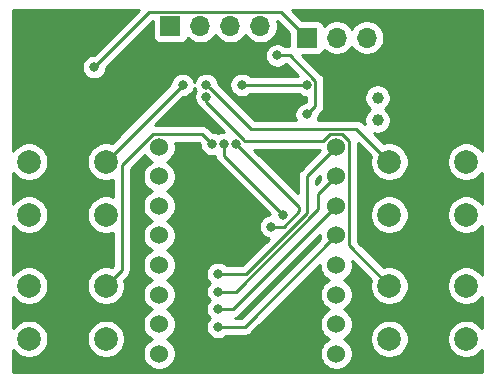
<source format=gbl>
G04 #@! TF.GenerationSoftware,KiCad,Pcbnew,5.1.10*
G04 #@! TF.CreationDate,2021-12-26T14:37:38-06:00*
G04 #@! TF.ProjectId,notawatch,6e6f7461-7761-4746-9368-2e6b69636164,1*
G04 #@! TF.SameCoordinates,Original*
G04 #@! TF.FileFunction,Copper,L2,Bot*
G04 #@! TF.FilePolarity,Positive*
%FSLAX46Y46*%
G04 Gerber Fmt 4.6, Leading zero omitted, Abs format (unit mm)*
G04 Created by KiCad (PCBNEW 5.1.10) date 2021-12-26 14:37:38*
%MOMM*%
%LPD*%
G01*
G04 APERTURE LIST*
G04 #@! TA.AperFunction,ComponentPad*
%ADD10C,2.000000*%
G04 #@! TD*
G04 #@! TA.AperFunction,ComponentPad*
%ADD11C,1.524000*%
G04 #@! TD*
G04 #@! TA.AperFunction,ComponentPad*
%ADD12C,1.000000*%
G04 #@! TD*
G04 #@! TA.AperFunction,ComponentPad*
%ADD13R,1.700000X1.700000*%
G04 #@! TD*
G04 #@! TA.AperFunction,ComponentPad*
%ADD14O,1.700000X1.700000*%
G04 #@! TD*
G04 #@! TA.AperFunction,ViaPad*
%ADD15C,0.800000*%
G04 #@! TD*
G04 #@! TA.AperFunction,Conductor*
%ADD16C,0.250000*%
G04 #@! TD*
G04 #@! TA.AperFunction,NonConductor*
%ADD17C,0.254000*%
G04 #@! TD*
G04 #@! TA.AperFunction,NonConductor*
%ADD18C,0.100000*%
G04 #@! TD*
G04 APERTURE END LIST*
D10*
X126500000Y-106500000D03*
X126500000Y-111000000D03*
X120000000Y-106500000D03*
X120000000Y-111000000D03*
X120000000Y-121500000D03*
X120000000Y-117000000D03*
X126500000Y-121500000D03*
X126500000Y-117000000D03*
X150500000Y-111000000D03*
X150500000Y-106500000D03*
X157000000Y-111000000D03*
X157000000Y-106500000D03*
X157000000Y-117000000D03*
X157000000Y-121500000D03*
X150500000Y-117000000D03*
X150500000Y-121500000D03*
D11*
X131000000Y-112750000D03*
X131000000Y-115250000D03*
X131000000Y-110250000D03*
X131000000Y-107750000D03*
X131000000Y-105250000D03*
X131000000Y-117750000D03*
X131000000Y-120250000D03*
X131000000Y-122750000D03*
X146000000Y-112750000D03*
X146000000Y-110250000D03*
X146000000Y-107750000D03*
X146000000Y-105250000D03*
X146000000Y-115250000D03*
X146000000Y-117750000D03*
X146000000Y-120250000D03*
X146000000Y-122750000D03*
D12*
X149500000Y-103000000D03*
X149500000Y-101100000D03*
D13*
X143500000Y-96000000D03*
D14*
X146040000Y-96000000D03*
X148580000Y-96000000D03*
D13*
X131960000Y-95000000D03*
D14*
X134500000Y-95000000D03*
X137040000Y-95000000D03*
X139580000Y-95000000D03*
D15*
X135500000Y-105000000D03*
X135000000Y-101000000D03*
X133000000Y-100000000D03*
X135000000Y-100000000D03*
X136500000Y-105000000D03*
X141500000Y-111000000D03*
X143500000Y-100000000D03*
X138000000Y-100000000D03*
X143500000Y-102500000D03*
X141000000Y-97500000D03*
X125500000Y-98500000D03*
X137500000Y-105000000D03*
X140500000Y-112000000D03*
X136000000Y-116000000D03*
X136000000Y-117500000D03*
X136000000Y-119000000D03*
X136000000Y-120500000D03*
D16*
X127825001Y-115674999D02*
X126500000Y-117000000D01*
X127825001Y-106816237D02*
X127825001Y-115674999D01*
X130478239Y-104162999D02*
X127825001Y-106816237D01*
X134662999Y-104162999D02*
X130478239Y-104162999D01*
X135500000Y-105000000D02*
X134662999Y-104162999D01*
X147087001Y-113587001D02*
X150500000Y-117000000D01*
X147087001Y-104728239D02*
X147087001Y-113587001D01*
X146521761Y-104162999D02*
X147087001Y-104728239D01*
X145478239Y-104162999D02*
X146521761Y-104162999D01*
X144916237Y-104725001D02*
X145478239Y-104162999D01*
X138225001Y-104725001D02*
X144916237Y-104725001D01*
X135000000Y-101426998D02*
X135000000Y-101000000D01*
X138225001Y-104651999D02*
X135000000Y-101426998D01*
X138225001Y-104725001D02*
X138225001Y-104651999D01*
X133000000Y-100000000D02*
X126500000Y-106500000D01*
X150500000Y-106500000D02*
X147712990Y-103712990D01*
X135349019Y-100274999D02*
X138787010Y-103712990D01*
X135000000Y-100000000D02*
X135274999Y-100274999D01*
X135274999Y-100274999D02*
X135349019Y-100274999D01*
X138787010Y-103712990D02*
X138778675Y-103712990D01*
X147712990Y-103712990D02*
X138787010Y-103712990D01*
X136500000Y-106000000D02*
X136500000Y-105000000D01*
X141500000Y-111000000D02*
X136500000Y-106000000D01*
X143500000Y-100000000D02*
X138000000Y-100000000D01*
X142073002Y-97500000D02*
X144225001Y-99651999D01*
X141000000Y-97500000D02*
X142073002Y-97500000D01*
X144225001Y-101774999D02*
X144225001Y-99651999D01*
X143500000Y-102500000D02*
X144225001Y-101774999D01*
X130175001Y-93824999D02*
X125500000Y-98500000D01*
X141324999Y-93824999D02*
X130175001Y-93824999D01*
X143500000Y-96000000D02*
X141324999Y-93824999D01*
X141573002Y-112000000D02*
X140500000Y-112000000D01*
X142863590Y-110709412D02*
X141573002Y-112000000D01*
X142863590Y-110363590D02*
X142863590Y-110709412D01*
X137500000Y-105000000D02*
X142863590Y-110363590D01*
X138000000Y-116000000D02*
X136000000Y-116000000D01*
X138363590Y-116000000D02*
X138000000Y-116000000D01*
X143500000Y-110863590D02*
X138363590Y-116000000D01*
X143500000Y-107750000D02*
X143500000Y-110863590D01*
X146000000Y-105250000D02*
X143500000Y-107750000D01*
X136250000Y-117500000D02*
X136000000Y-117500000D01*
X146000000Y-107750000D02*
X144500000Y-109250000D01*
X144500000Y-109250000D02*
X144500000Y-110500000D01*
X137500000Y-117500000D02*
X136000000Y-117500000D01*
X144500000Y-110500000D02*
X137500000Y-117500000D01*
X137250000Y-119000000D02*
X146000000Y-110250000D01*
X136000000Y-119000000D02*
X137250000Y-119000000D01*
X138250000Y-120500000D02*
X146000000Y-112750000D01*
X136000000Y-120500000D02*
X138250000Y-120500000D01*
D17*
X125460199Y-97465000D02*
X125398061Y-97465000D01*
X125198102Y-97504774D01*
X125009744Y-97582795D01*
X124840226Y-97696063D01*
X124696063Y-97840226D01*
X124582795Y-98009744D01*
X124504774Y-98198102D01*
X124465000Y-98398061D01*
X124465000Y-98601939D01*
X124504774Y-98801898D01*
X124582795Y-98990256D01*
X124696063Y-99159774D01*
X124840226Y-99303937D01*
X125009744Y-99417205D01*
X125198102Y-99495226D01*
X125398061Y-99535000D01*
X125601939Y-99535000D01*
X125801898Y-99495226D01*
X125990256Y-99417205D01*
X126159774Y-99303937D01*
X126303937Y-99159774D01*
X126417205Y-98990256D01*
X126495226Y-98801898D01*
X126535000Y-98601939D01*
X126535000Y-98539801D01*
X130471928Y-94602874D01*
X130471928Y-95850000D01*
X130484188Y-95974482D01*
X130520498Y-96094180D01*
X130579463Y-96204494D01*
X130658815Y-96301185D01*
X130755506Y-96380537D01*
X130865820Y-96439502D01*
X130985518Y-96475812D01*
X131110000Y-96488072D01*
X132810000Y-96488072D01*
X132934482Y-96475812D01*
X133054180Y-96439502D01*
X133164494Y-96380537D01*
X133261185Y-96301185D01*
X133340537Y-96204494D01*
X133399502Y-96094180D01*
X133421513Y-96021620D01*
X133553368Y-96153475D01*
X133796589Y-96315990D01*
X134066842Y-96427932D01*
X134353740Y-96485000D01*
X134646260Y-96485000D01*
X134933158Y-96427932D01*
X135203411Y-96315990D01*
X135446632Y-96153475D01*
X135653475Y-95946632D01*
X135770000Y-95772240D01*
X135886525Y-95946632D01*
X136093368Y-96153475D01*
X136336589Y-96315990D01*
X136606842Y-96427932D01*
X136893740Y-96485000D01*
X137186260Y-96485000D01*
X137473158Y-96427932D01*
X137743411Y-96315990D01*
X137986632Y-96153475D01*
X138193475Y-95946632D01*
X138310000Y-95772240D01*
X138426525Y-95946632D01*
X138633368Y-96153475D01*
X138876589Y-96315990D01*
X139146842Y-96427932D01*
X139433740Y-96485000D01*
X139726260Y-96485000D01*
X140013158Y-96427932D01*
X140283411Y-96315990D01*
X140526632Y-96153475D01*
X140733475Y-95946632D01*
X140895990Y-95703411D01*
X141007932Y-95433158D01*
X141065000Y-95146260D01*
X141065000Y-94853740D01*
X141011878Y-94586679D01*
X142011928Y-95586730D01*
X142011928Y-96740000D01*
X141703711Y-96740000D01*
X141659774Y-96696063D01*
X141490256Y-96582795D01*
X141301898Y-96504774D01*
X141101939Y-96465000D01*
X140898061Y-96465000D01*
X140698102Y-96504774D01*
X140509744Y-96582795D01*
X140340226Y-96696063D01*
X140196063Y-96840226D01*
X140082795Y-97009744D01*
X140004774Y-97198102D01*
X139965000Y-97398061D01*
X139965000Y-97601939D01*
X140004774Y-97801898D01*
X140082795Y-97990256D01*
X140196063Y-98159774D01*
X140340226Y-98303937D01*
X140509744Y-98417205D01*
X140698102Y-98495226D01*
X140898061Y-98535000D01*
X141101939Y-98535000D01*
X141301898Y-98495226D01*
X141490256Y-98417205D01*
X141659774Y-98303937D01*
X141703711Y-98260000D01*
X141758201Y-98260000D01*
X142738200Y-99240000D01*
X138703711Y-99240000D01*
X138659774Y-99196063D01*
X138490256Y-99082795D01*
X138301898Y-99004774D01*
X138101939Y-98965000D01*
X137898061Y-98965000D01*
X137698102Y-99004774D01*
X137509744Y-99082795D01*
X137340226Y-99196063D01*
X137196063Y-99340226D01*
X137082795Y-99509744D01*
X137004774Y-99698102D01*
X136965000Y-99898061D01*
X136965000Y-100101939D01*
X137004774Y-100301898D01*
X137082795Y-100490256D01*
X137196063Y-100659774D01*
X137340226Y-100803937D01*
X137509744Y-100917205D01*
X137698102Y-100995226D01*
X137898061Y-101035000D01*
X138101939Y-101035000D01*
X138301898Y-100995226D01*
X138490256Y-100917205D01*
X138659774Y-100803937D01*
X138703711Y-100760000D01*
X142796289Y-100760000D01*
X142840226Y-100803937D01*
X143009744Y-100917205D01*
X143198102Y-100995226D01*
X143398061Y-101035000D01*
X143465001Y-101035000D01*
X143465001Y-101460197D01*
X143460198Y-101465000D01*
X143398061Y-101465000D01*
X143198102Y-101504774D01*
X143009744Y-101582795D01*
X142840226Y-101696063D01*
X142696063Y-101840226D01*
X142582795Y-102009744D01*
X142504774Y-102198102D01*
X142465000Y-102398061D01*
X142465000Y-102601939D01*
X142504774Y-102801898D01*
X142567359Y-102952990D01*
X139101813Y-102952990D01*
X136032050Y-99883229D01*
X135995226Y-99698102D01*
X135917205Y-99509744D01*
X135803937Y-99340226D01*
X135659774Y-99196063D01*
X135490256Y-99082795D01*
X135301898Y-99004774D01*
X135101939Y-98965000D01*
X134898061Y-98965000D01*
X134698102Y-99004774D01*
X134509744Y-99082795D01*
X134340226Y-99196063D01*
X134196063Y-99340226D01*
X134082795Y-99509744D01*
X134004774Y-99698102D01*
X134000000Y-99722103D01*
X133995226Y-99698102D01*
X133917205Y-99509744D01*
X133803937Y-99340226D01*
X133659774Y-99196063D01*
X133490256Y-99082795D01*
X133301898Y-99004774D01*
X133101939Y-98965000D01*
X132898061Y-98965000D01*
X132698102Y-99004774D01*
X132509744Y-99082795D01*
X132340226Y-99196063D01*
X132196063Y-99340226D01*
X132082795Y-99509744D01*
X132004774Y-99698102D01*
X131965000Y-99898061D01*
X131965000Y-99960198D01*
X126991376Y-104933823D01*
X126976912Y-104927832D01*
X126661033Y-104865000D01*
X126338967Y-104865000D01*
X126023088Y-104927832D01*
X125725537Y-105051082D01*
X125457748Y-105230013D01*
X125230013Y-105457748D01*
X125051082Y-105725537D01*
X124927832Y-106023088D01*
X124865000Y-106338967D01*
X124865000Y-106661033D01*
X124927832Y-106976912D01*
X125051082Y-107274463D01*
X125230013Y-107542252D01*
X125457748Y-107769987D01*
X125725537Y-107948918D01*
X126023088Y-108072168D01*
X126338967Y-108135000D01*
X126661033Y-108135000D01*
X126976912Y-108072168D01*
X127065001Y-108035680D01*
X127065001Y-109464320D01*
X126976912Y-109427832D01*
X126661033Y-109365000D01*
X126338967Y-109365000D01*
X126023088Y-109427832D01*
X125725537Y-109551082D01*
X125457748Y-109730013D01*
X125230013Y-109957748D01*
X125051082Y-110225537D01*
X124927832Y-110523088D01*
X124865000Y-110838967D01*
X124865000Y-111161033D01*
X124927832Y-111476912D01*
X125051082Y-111774463D01*
X125230013Y-112042252D01*
X125457748Y-112269987D01*
X125725537Y-112448918D01*
X126023088Y-112572168D01*
X126338967Y-112635000D01*
X126661033Y-112635000D01*
X126976912Y-112572168D01*
X127065002Y-112535680D01*
X127065002Y-115360195D01*
X126991375Y-115433823D01*
X126976912Y-115427832D01*
X126661033Y-115365000D01*
X126338967Y-115365000D01*
X126023088Y-115427832D01*
X125725537Y-115551082D01*
X125457748Y-115730013D01*
X125230013Y-115957748D01*
X125051082Y-116225537D01*
X124927832Y-116523088D01*
X124865000Y-116838967D01*
X124865000Y-117161033D01*
X124927832Y-117476912D01*
X125051082Y-117774463D01*
X125230013Y-118042252D01*
X125457748Y-118269987D01*
X125725537Y-118448918D01*
X126023088Y-118572168D01*
X126338967Y-118635000D01*
X126661033Y-118635000D01*
X126976912Y-118572168D01*
X127274463Y-118448918D01*
X127542252Y-118269987D01*
X127769987Y-118042252D01*
X127948918Y-117774463D01*
X128072168Y-117476912D01*
X128135000Y-117161033D01*
X128135000Y-116838967D01*
X128072168Y-116523088D01*
X128066177Y-116508625D01*
X128336009Y-116238794D01*
X128365002Y-116215000D01*
X128388796Y-116186007D01*
X128388800Y-116186003D01*
X128459974Y-116099276D01*
X128459975Y-116099275D01*
X128530547Y-115967246D01*
X128574004Y-115823985D01*
X128585001Y-115712332D01*
X128585001Y-115712323D01*
X128588677Y-115675000D01*
X128585001Y-115637677D01*
X128585001Y-107131038D01*
X129778945Y-105937094D01*
X129914880Y-106140535D01*
X130109465Y-106335120D01*
X130338273Y-106488005D01*
X130367231Y-106500000D01*
X130338273Y-106511995D01*
X130109465Y-106664880D01*
X129914880Y-106859465D01*
X129761995Y-107088273D01*
X129656686Y-107342510D01*
X129603000Y-107612408D01*
X129603000Y-107887592D01*
X129656686Y-108157490D01*
X129761995Y-108411727D01*
X129914880Y-108640535D01*
X130109465Y-108835120D01*
X130338273Y-108988005D01*
X130367231Y-109000000D01*
X130338273Y-109011995D01*
X130109465Y-109164880D01*
X129914880Y-109359465D01*
X129761995Y-109588273D01*
X129656686Y-109842510D01*
X129603000Y-110112408D01*
X129603000Y-110387592D01*
X129656686Y-110657490D01*
X129761995Y-110911727D01*
X129914880Y-111140535D01*
X130109465Y-111335120D01*
X130338273Y-111488005D01*
X130367231Y-111500000D01*
X130338273Y-111511995D01*
X130109465Y-111664880D01*
X129914880Y-111859465D01*
X129761995Y-112088273D01*
X129656686Y-112342510D01*
X129603000Y-112612408D01*
X129603000Y-112887592D01*
X129656686Y-113157490D01*
X129761995Y-113411727D01*
X129914880Y-113640535D01*
X130109465Y-113835120D01*
X130338273Y-113988005D01*
X130367231Y-114000000D01*
X130338273Y-114011995D01*
X130109465Y-114164880D01*
X129914880Y-114359465D01*
X129761995Y-114588273D01*
X129656686Y-114842510D01*
X129603000Y-115112408D01*
X129603000Y-115387592D01*
X129656686Y-115657490D01*
X129761995Y-115911727D01*
X129914880Y-116140535D01*
X130109465Y-116335120D01*
X130338273Y-116488005D01*
X130367231Y-116500000D01*
X130338273Y-116511995D01*
X130109465Y-116664880D01*
X129914880Y-116859465D01*
X129761995Y-117088273D01*
X129656686Y-117342510D01*
X129603000Y-117612408D01*
X129603000Y-117887592D01*
X129656686Y-118157490D01*
X129761995Y-118411727D01*
X129914880Y-118640535D01*
X130109465Y-118835120D01*
X130338273Y-118988005D01*
X130367231Y-119000000D01*
X130338273Y-119011995D01*
X130109465Y-119164880D01*
X129914880Y-119359465D01*
X129761995Y-119588273D01*
X129656686Y-119842510D01*
X129603000Y-120112408D01*
X129603000Y-120387592D01*
X129656686Y-120657490D01*
X129761995Y-120911727D01*
X129914880Y-121140535D01*
X130109465Y-121335120D01*
X130338273Y-121488005D01*
X130367231Y-121500000D01*
X130338273Y-121511995D01*
X130109465Y-121664880D01*
X129914880Y-121859465D01*
X129761995Y-122088273D01*
X129656686Y-122342510D01*
X129603000Y-122612408D01*
X129603000Y-122887592D01*
X129656686Y-123157490D01*
X129761995Y-123411727D01*
X129914880Y-123640535D01*
X130109465Y-123835120D01*
X130338273Y-123988005D01*
X130592510Y-124093314D01*
X130862408Y-124147000D01*
X131137592Y-124147000D01*
X131407490Y-124093314D01*
X131661727Y-123988005D01*
X131890535Y-123835120D01*
X132085120Y-123640535D01*
X132238005Y-123411727D01*
X132343314Y-123157490D01*
X132397000Y-122887592D01*
X132397000Y-122612408D01*
X132343314Y-122342510D01*
X132238005Y-122088273D01*
X132085120Y-121859465D01*
X131890535Y-121664880D01*
X131661727Y-121511995D01*
X131632769Y-121500000D01*
X131661727Y-121488005D01*
X131890535Y-121335120D01*
X132085120Y-121140535D01*
X132238005Y-120911727D01*
X132343314Y-120657490D01*
X132397000Y-120387592D01*
X132397000Y-120112408D01*
X132343314Y-119842510D01*
X132238005Y-119588273D01*
X132085120Y-119359465D01*
X131890535Y-119164880D01*
X131661727Y-119011995D01*
X131632769Y-119000000D01*
X131661727Y-118988005D01*
X131890535Y-118835120D01*
X132085120Y-118640535D01*
X132238005Y-118411727D01*
X132343314Y-118157490D01*
X132397000Y-117887592D01*
X132397000Y-117612408D01*
X132343314Y-117342510D01*
X132238005Y-117088273D01*
X132085120Y-116859465D01*
X131890535Y-116664880D01*
X131661727Y-116511995D01*
X131632769Y-116500000D01*
X131661727Y-116488005D01*
X131890535Y-116335120D01*
X132085120Y-116140535D01*
X132238005Y-115911727D01*
X132343314Y-115657490D01*
X132397000Y-115387592D01*
X132397000Y-115112408D01*
X132343314Y-114842510D01*
X132238005Y-114588273D01*
X132085120Y-114359465D01*
X131890535Y-114164880D01*
X131661727Y-114011995D01*
X131632769Y-114000000D01*
X131661727Y-113988005D01*
X131890535Y-113835120D01*
X132085120Y-113640535D01*
X132238005Y-113411727D01*
X132343314Y-113157490D01*
X132397000Y-112887592D01*
X132397000Y-112612408D01*
X132343314Y-112342510D01*
X132238005Y-112088273D01*
X132085120Y-111859465D01*
X131890535Y-111664880D01*
X131661727Y-111511995D01*
X131632769Y-111500000D01*
X131661727Y-111488005D01*
X131890535Y-111335120D01*
X132085120Y-111140535D01*
X132238005Y-110911727D01*
X132343314Y-110657490D01*
X132397000Y-110387592D01*
X132397000Y-110112408D01*
X132343314Y-109842510D01*
X132238005Y-109588273D01*
X132085120Y-109359465D01*
X131890535Y-109164880D01*
X131661727Y-109011995D01*
X131632769Y-109000000D01*
X131661727Y-108988005D01*
X131890535Y-108835120D01*
X132085120Y-108640535D01*
X132238005Y-108411727D01*
X132343314Y-108157490D01*
X132397000Y-107887592D01*
X132397000Y-107612408D01*
X132343314Y-107342510D01*
X132238005Y-107088273D01*
X132085120Y-106859465D01*
X131890535Y-106664880D01*
X131661727Y-106511995D01*
X131632769Y-106500000D01*
X131661727Y-106488005D01*
X131890535Y-106335120D01*
X132085120Y-106140535D01*
X132238005Y-105911727D01*
X132343314Y-105657490D01*
X132397000Y-105387592D01*
X132397000Y-105112408D01*
X132359324Y-104922999D01*
X134348198Y-104922999D01*
X134465000Y-105039801D01*
X134465000Y-105101939D01*
X134504774Y-105301898D01*
X134582795Y-105490256D01*
X134696063Y-105659774D01*
X134840226Y-105803937D01*
X135009744Y-105917205D01*
X135198102Y-105995226D01*
X135398061Y-106035000D01*
X135601939Y-106035000D01*
X135737123Y-106008110D01*
X135740000Y-106037322D01*
X135740000Y-106037332D01*
X135750997Y-106148985D01*
X135789598Y-106276236D01*
X135794454Y-106292246D01*
X135865026Y-106424276D01*
X135904871Y-106472826D01*
X135959999Y-106540001D01*
X135989003Y-106563804D01*
X140391503Y-110966305D01*
X140198102Y-111004774D01*
X140009744Y-111082795D01*
X139840226Y-111196063D01*
X139696063Y-111340226D01*
X139582795Y-111509744D01*
X139504774Y-111698102D01*
X139465000Y-111898061D01*
X139465000Y-112101939D01*
X139504774Y-112301898D01*
X139582795Y-112490256D01*
X139696063Y-112659774D01*
X139840226Y-112803937D01*
X140009744Y-112917205D01*
X140198102Y-112995226D01*
X140277725Y-113011064D01*
X138048789Y-115240000D01*
X136703711Y-115240000D01*
X136659774Y-115196063D01*
X136490256Y-115082795D01*
X136301898Y-115004774D01*
X136101939Y-114965000D01*
X135898061Y-114965000D01*
X135698102Y-115004774D01*
X135509744Y-115082795D01*
X135340226Y-115196063D01*
X135196063Y-115340226D01*
X135082795Y-115509744D01*
X135004774Y-115698102D01*
X134965000Y-115898061D01*
X134965000Y-116101939D01*
X135004774Y-116301898D01*
X135082795Y-116490256D01*
X135196063Y-116659774D01*
X135286289Y-116750000D01*
X135196063Y-116840226D01*
X135082795Y-117009744D01*
X135004774Y-117198102D01*
X134965000Y-117398061D01*
X134965000Y-117601939D01*
X135004774Y-117801898D01*
X135082795Y-117990256D01*
X135196063Y-118159774D01*
X135286289Y-118250000D01*
X135196063Y-118340226D01*
X135082795Y-118509744D01*
X135004774Y-118698102D01*
X134965000Y-118898061D01*
X134965000Y-119101939D01*
X135004774Y-119301898D01*
X135082795Y-119490256D01*
X135196063Y-119659774D01*
X135286289Y-119750000D01*
X135196063Y-119840226D01*
X135082795Y-120009744D01*
X135004774Y-120198102D01*
X134965000Y-120398061D01*
X134965000Y-120601939D01*
X135004774Y-120801898D01*
X135082795Y-120990256D01*
X135196063Y-121159774D01*
X135340226Y-121303937D01*
X135509744Y-121417205D01*
X135698102Y-121495226D01*
X135898061Y-121535000D01*
X136101939Y-121535000D01*
X136301898Y-121495226D01*
X136490256Y-121417205D01*
X136659774Y-121303937D01*
X136703711Y-121260000D01*
X138212678Y-121260000D01*
X138250000Y-121263676D01*
X138287322Y-121260000D01*
X138287333Y-121260000D01*
X138398986Y-121249003D01*
X138542247Y-121205546D01*
X138674276Y-121134974D01*
X138790001Y-121040001D01*
X138813804Y-121010997D01*
X144603000Y-115221802D01*
X144603000Y-115387592D01*
X144656686Y-115657490D01*
X144761995Y-115911727D01*
X144914880Y-116140535D01*
X145109465Y-116335120D01*
X145338273Y-116488005D01*
X145367231Y-116500000D01*
X145338273Y-116511995D01*
X145109465Y-116664880D01*
X144914880Y-116859465D01*
X144761995Y-117088273D01*
X144656686Y-117342510D01*
X144603000Y-117612408D01*
X144603000Y-117887592D01*
X144656686Y-118157490D01*
X144761995Y-118411727D01*
X144914880Y-118640535D01*
X145109465Y-118835120D01*
X145338273Y-118988005D01*
X145367231Y-119000000D01*
X145338273Y-119011995D01*
X145109465Y-119164880D01*
X144914880Y-119359465D01*
X144761995Y-119588273D01*
X144656686Y-119842510D01*
X144603000Y-120112408D01*
X144603000Y-120387592D01*
X144656686Y-120657490D01*
X144761995Y-120911727D01*
X144914880Y-121140535D01*
X145109465Y-121335120D01*
X145338273Y-121488005D01*
X145367231Y-121500000D01*
X145338273Y-121511995D01*
X145109465Y-121664880D01*
X144914880Y-121859465D01*
X144761995Y-122088273D01*
X144656686Y-122342510D01*
X144603000Y-122612408D01*
X144603000Y-122887592D01*
X144656686Y-123157490D01*
X144761995Y-123411727D01*
X144914880Y-123640535D01*
X145109465Y-123835120D01*
X145338273Y-123988005D01*
X145592510Y-124093314D01*
X145862408Y-124147000D01*
X146137592Y-124147000D01*
X146407490Y-124093314D01*
X146661727Y-123988005D01*
X146890535Y-123835120D01*
X147085120Y-123640535D01*
X147238005Y-123411727D01*
X147343314Y-123157490D01*
X147397000Y-122887592D01*
X147397000Y-122612408D01*
X147343314Y-122342510D01*
X147238005Y-122088273D01*
X147085120Y-121859465D01*
X146890535Y-121664880D01*
X146661727Y-121511995D01*
X146632769Y-121500000D01*
X146661727Y-121488005D01*
X146884777Y-121338967D01*
X148865000Y-121338967D01*
X148865000Y-121661033D01*
X148927832Y-121976912D01*
X149051082Y-122274463D01*
X149230013Y-122542252D01*
X149457748Y-122769987D01*
X149725537Y-122948918D01*
X150023088Y-123072168D01*
X150338967Y-123135000D01*
X150661033Y-123135000D01*
X150976912Y-123072168D01*
X151274463Y-122948918D01*
X151542252Y-122769987D01*
X151769987Y-122542252D01*
X151948918Y-122274463D01*
X152072168Y-121976912D01*
X152135000Y-121661033D01*
X152135000Y-121338967D01*
X152072168Y-121023088D01*
X151948918Y-120725537D01*
X151769987Y-120457748D01*
X151542252Y-120230013D01*
X151274463Y-120051082D01*
X150976912Y-119927832D01*
X150661033Y-119865000D01*
X150338967Y-119865000D01*
X150023088Y-119927832D01*
X149725537Y-120051082D01*
X149457748Y-120230013D01*
X149230013Y-120457748D01*
X149051082Y-120725537D01*
X148927832Y-121023088D01*
X148865000Y-121338967D01*
X146884777Y-121338967D01*
X146890535Y-121335120D01*
X147085120Y-121140535D01*
X147238005Y-120911727D01*
X147343314Y-120657490D01*
X147397000Y-120387592D01*
X147397000Y-120112408D01*
X147343314Y-119842510D01*
X147238005Y-119588273D01*
X147085120Y-119359465D01*
X146890535Y-119164880D01*
X146661727Y-119011995D01*
X146632769Y-119000000D01*
X146661727Y-118988005D01*
X146890535Y-118835120D01*
X147085120Y-118640535D01*
X147238005Y-118411727D01*
X147343314Y-118157490D01*
X147397000Y-117887592D01*
X147397000Y-117612408D01*
X147343314Y-117342510D01*
X147238005Y-117088273D01*
X147085120Y-116859465D01*
X146890535Y-116664880D01*
X146661727Y-116511995D01*
X146632769Y-116500000D01*
X146661727Y-116488005D01*
X146890535Y-116335120D01*
X147085120Y-116140535D01*
X147238005Y-115911727D01*
X147343314Y-115657490D01*
X147397000Y-115387592D01*
X147397000Y-115112408D01*
X147362087Y-114936889D01*
X148933823Y-116508625D01*
X148927832Y-116523088D01*
X148865000Y-116838967D01*
X148865000Y-117161033D01*
X148927832Y-117476912D01*
X149051082Y-117774463D01*
X149230013Y-118042252D01*
X149457748Y-118269987D01*
X149725537Y-118448918D01*
X150023088Y-118572168D01*
X150338967Y-118635000D01*
X150661033Y-118635000D01*
X150976912Y-118572168D01*
X151274463Y-118448918D01*
X151542252Y-118269987D01*
X151769987Y-118042252D01*
X151948918Y-117774463D01*
X152072168Y-117476912D01*
X152135000Y-117161033D01*
X152135000Y-116838967D01*
X152072168Y-116523088D01*
X151948918Y-116225537D01*
X151769987Y-115957748D01*
X151542252Y-115730013D01*
X151274463Y-115551082D01*
X150976912Y-115427832D01*
X150661033Y-115365000D01*
X150338967Y-115365000D01*
X150023088Y-115427832D01*
X150008625Y-115433823D01*
X147847001Y-113272200D01*
X147847001Y-110838967D01*
X148865000Y-110838967D01*
X148865000Y-111161033D01*
X148927832Y-111476912D01*
X149051082Y-111774463D01*
X149230013Y-112042252D01*
X149457748Y-112269987D01*
X149725537Y-112448918D01*
X150023088Y-112572168D01*
X150338967Y-112635000D01*
X150661033Y-112635000D01*
X150976912Y-112572168D01*
X151274463Y-112448918D01*
X151542252Y-112269987D01*
X151769987Y-112042252D01*
X151948918Y-111774463D01*
X152072168Y-111476912D01*
X152135000Y-111161033D01*
X152135000Y-110838967D01*
X152072168Y-110523088D01*
X151948918Y-110225537D01*
X151769987Y-109957748D01*
X151542252Y-109730013D01*
X151274463Y-109551082D01*
X150976912Y-109427832D01*
X150661033Y-109365000D01*
X150338967Y-109365000D01*
X150023088Y-109427832D01*
X149725537Y-109551082D01*
X149457748Y-109730013D01*
X149230013Y-109957748D01*
X149051082Y-110225537D01*
X148927832Y-110523088D01*
X148865000Y-110838967D01*
X147847001Y-110838967D01*
X147847001Y-104921802D01*
X148933823Y-106008625D01*
X148927832Y-106023088D01*
X148865000Y-106338967D01*
X148865000Y-106661033D01*
X148927832Y-106976912D01*
X149051082Y-107274463D01*
X149230013Y-107542252D01*
X149457748Y-107769987D01*
X149725537Y-107948918D01*
X150023088Y-108072168D01*
X150338967Y-108135000D01*
X150661033Y-108135000D01*
X150976912Y-108072168D01*
X151274463Y-107948918D01*
X151542252Y-107769987D01*
X151769987Y-107542252D01*
X151948918Y-107274463D01*
X152072168Y-106976912D01*
X152135000Y-106661033D01*
X152135000Y-106338967D01*
X152072168Y-106023088D01*
X151948918Y-105725537D01*
X151769987Y-105457748D01*
X151542252Y-105230013D01*
X151274463Y-105051082D01*
X150976912Y-104927832D01*
X150661033Y-104865000D01*
X150338967Y-104865000D01*
X150023088Y-104927832D01*
X150008625Y-104933823D01*
X149164241Y-104089439D01*
X149168933Y-104091383D01*
X149388212Y-104135000D01*
X149611788Y-104135000D01*
X149831067Y-104091383D01*
X150037624Y-104005824D01*
X150223520Y-103881612D01*
X150381612Y-103723520D01*
X150505824Y-103537624D01*
X150591383Y-103331067D01*
X150635000Y-103111788D01*
X150635000Y-102888212D01*
X150591383Y-102668933D01*
X150505824Y-102462376D01*
X150381612Y-102276480D01*
X150223520Y-102118388D01*
X150121170Y-102050000D01*
X150223520Y-101981612D01*
X150381612Y-101823520D01*
X150505824Y-101637624D01*
X150591383Y-101431067D01*
X150635000Y-101211788D01*
X150635000Y-100988212D01*
X150591383Y-100768933D01*
X150505824Y-100562376D01*
X150381612Y-100376480D01*
X150223520Y-100218388D01*
X150037624Y-100094176D01*
X149831067Y-100008617D01*
X149611788Y-99965000D01*
X149388212Y-99965000D01*
X149168933Y-100008617D01*
X148962376Y-100094176D01*
X148776480Y-100218388D01*
X148618388Y-100376480D01*
X148494176Y-100562376D01*
X148408617Y-100768933D01*
X148365000Y-100988212D01*
X148365000Y-101211788D01*
X148408617Y-101431067D01*
X148494176Y-101637624D01*
X148618388Y-101823520D01*
X148776480Y-101981612D01*
X148878830Y-102050000D01*
X148776480Y-102118388D01*
X148618388Y-102276480D01*
X148494176Y-102462376D01*
X148408617Y-102668933D01*
X148365000Y-102888212D01*
X148365000Y-103111788D01*
X148408617Y-103331067D01*
X148410561Y-103335760D01*
X148276794Y-103201993D01*
X148252991Y-103172989D01*
X148137266Y-103078016D01*
X148005237Y-103007444D01*
X147861976Y-102963987D01*
X147750323Y-102952990D01*
X147750312Y-102952990D01*
X147712990Y-102949314D01*
X147675668Y-102952990D01*
X144432641Y-102952990D01*
X144495226Y-102801898D01*
X144535000Y-102601939D01*
X144535000Y-102539802D01*
X144736005Y-102338797D01*
X144765002Y-102315000D01*
X144859975Y-102199275D01*
X144930547Y-102067246D01*
X144974004Y-101923985D01*
X144985001Y-101812332D01*
X144985001Y-101812323D01*
X144988677Y-101775000D01*
X144985001Y-101737677D01*
X144985001Y-99689321D01*
X144988677Y-99651998D01*
X144985001Y-99614675D01*
X144985001Y-99614666D01*
X144974004Y-99503013D01*
X144930547Y-99359752D01*
X144859975Y-99227723D01*
X144765002Y-99111998D01*
X144736004Y-99088200D01*
X143135875Y-97488072D01*
X144350000Y-97488072D01*
X144474482Y-97475812D01*
X144594180Y-97439502D01*
X144704494Y-97380537D01*
X144801185Y-97301185D01*
X144880537Y-97204494D01*
X144939502Y-97094180D01*
X144961513Y-97021620D01*
X145093368Y-97153475D01*
X145336589Y-97315990D01*
X145606842Y-97427932D01*
X145893740Y-97485000D01*
X146186260Y-97485000D01*
X146473158Y-97427932D01*
X146743411Y-97315990D01*
X146986632Y-97153475D01*
X147193475Y-96946632D01*
X147310000Y-96772240D01*
X147426525Y-96946632D01*
X147633368Y-97153475D01*
X147876589Y-97315990D01*
X148146842Y-97427932D01*
X148433740Y-97485000D01*
X148726260Y-97485000D01*
X149013158Y-97427932D01*
X149283411Y-97315990D01*
X149526632Y-97153475D01*
X149733475Y-96946632D01*
X149895990Y-96703411D01*
X150007932Y-96433158D01*
X150065000Y-96146260D01*
X150065000Y-95853740D01*
X150007932Y-95566842D01*
X149895990Y-95296589D01*
X149733475Y-95053368D01*
X149526632Y-94846525D01*
X149283411Y-94684010D01*
X149013158Y-94572068D01*
X148726260Y-94515000D01*
X148433740Y-94515000D01*
X148146842Y-94572068D01*
X147876589Y-94684010D01*
X147633368Y-94846525D01*
X147426525Y-95053368D01*
X147310000Y-95227760D01*
X147193475Y-95053368D01*
X146986632Y-94846525D01*
X146743411Y-94684010D01*
X146473158Y-94572068D01*
X146186260Y-94515000D01*
X145893740Y-94515000D01*
X145606842Y-94572068D01*
X145336589Y-94684010D01*
X145093368Y-94846525D01*
X144961513Y-94978380D01*
X144939502Y-94905820D01*
X144880537Y-94795506D01*
X144801185Y-94698815D01*
X144704494Y-94619463D01*
X144594180Y-94560498D01*
X144474482Y-94524188D01*
X144350000Y-94511928D01*
X143086730Y-94511928D01*
X142234801Y-93660000D01*
X158340001Y-93660000D01*
X158340001Y-105562531D01*
X158269987Y-105457748D01*
X158042252Y-105230013D01*
X157774463Y-105051082D01*
X157476912Y-104927832D01*
X157161033Y-104865000D01*
X156838967Y-104865000D01*
X156523088Y-104927832D01*
X156225537Y-105051082D01*
X155957748Y-105230013D01*
X155730013Y-105457748D01*
X155551082Y-105725537D01*
X155427832Y-106023088D01*
X155365000Y-106338967D01*
X155365000Y-106661033D01*
X155427832Y-106976912D01*
X155551082Y-107274463D01*
X155730013Y-107542252D01*
X155957748Y-107769987D01*
X156225537Y-107948918D01*
X156523088Y-108072168D01*
X156838967Y-108135000D01*
X157161033Y-108135000D01*
X157476912Y-108072168D01*
X157774463Y-107948918D01*
X158042252Y-107769987D01*
X158269987Y-107542252D01*
X158340001Y-107437469D01*
X158340000Y-110062530D01*
X158269987Y-109957748D01*
X158042252Y-109730013D01*
X157774463Y-109551082D01*
X157476912Y-109427832D01*
X157161033Y-109365000D01*
X156838967Y-109365000D01*
X156523088Y-109427832D01*
X156225537Y-109551082D01*
X155957748Y-109730013D01*
X155730013Y-109957748D01*
X155551082Y-110225537D01*
X155427832Y-110523088D01*
X155365000Y-110838967D01*
X155365000Y-111161033D01*
X155427832Y-111476912D01*
X155551082Y-111774463D01*
X155730013Y-112042252D01*
X155957748Y-112269987D01*
X156225537Y-112448918D01*
X156523088Y-112572168D01*
X156838967Y-112635000D01*
X157161033Y-112635000D01*
X157476912Y-112572168D01*
X157774463Y-112448918D01*
X158042252Y-112269987D01*
X158269987Y-112042252D01*
X158340000Y-111937470D01*
X158340000Y-116062530D01*
X158269987Y-115957748D01*
X158042252Y-115730013D01*
X157774463Y-115551082D01*
X157476912Y-115427832D01*
X157161033Y-115365000D01*
X156838967Y-115365000D01*
X156523088Y-115427832D01*
X156225537Y-115551082D01*
X155957748Y-115730013D01*
X155730013Y-115957748D01*
X155551082Y-116225537D01*
X155427832Y-116523088D01*
X155365000Y-116838967D01*
X155365000Y-117161033D01*
X155427832Y-117476912D01*
X155551082Y-117774463D01*
X155730013Y-118042252D01*
X155957748Y-118269987D01*
X156225537Y-118448918D01*
X156523088Y-118572168D01*
X156838967Y-118635000D01*
X157161033Y-118635000D01*
X157476912Y-118572168D01*
X157774463Y-118448918D01*
X158042252Y-118269987D01*
X158269987Y-118042252D01*
X158340000Y-117937470D01*
X158340000Y-120562530D01*
X158269987Y-120457748D01*
X158042252Y-120230013D01*
X157774463Y-120051082D01*
X157476912Y-119927832D01*
X157161033Y-119865000D01*
X156838967Y-119865000D01*
X156523088Y-119927832D01*
X156225537Y-120051082D01*
X155957748Y-120230013D01*
X155730013Y-120457748D01*
X155551082Y-120725537D01*
X155427832Y-121023088D01*
X155365000Y-121338967D01*
X155365000Y-121661033D01*
X155427832Y-121976912D01*
X155551082Y-122274463D01*
X155730013Y-122542252D01*
X155957748Y-122769987D01*
X156225537Y-122948918D01*
X156523088Y-123072168D01*
X156838967Y-123135000D01*
X157161033Y-123135000D01*
X157476912Y-123072168D01*
X157774463Y-122948918D01*
X158042252Y-122769987D01*
X158269987Y-122542252D01*
X158340000Y-122437470D01*
X158340000Y-124340000D01*
X118660000Y-124340000D01*
X118660000Y-122437470D01*
X118730013Y-122542252D01*
X118957748Y-122769987D01*
X119225537Y-122948918D01*
X119523088Y-123072168D01*
X119838967Y-123135000D01*
X120161033Y-123135000D01*
X120476912Y-123072168D01*
X120774463Y-122948918D01*
X121042252Y-122769987D01*
X121269987Y-122542252D01*
X121448918Y-122274463D01*
X121572168Y-121976912D01*
X121635000Y-121661033D01*
X121635000Y-121338967D01*
X124865000Y-121338967D01*
X124865000Y-121661033D01*
X124927832Y-121976912D01*
X125051082Y-122274463D01*
X125230013Y-122542252D01*
X125457748Y-122769987D01*
X125725537Y-122948918D01*
X126023088Y-123072168D01*
X126338967Y-123135000D01*
X126661033Y-123135000D01*
X126976912Y-123072168D01*
X127274463Y-122948918D01*
X127542252Y-122769987D01*
X127769987Y-122542252D01*
X127948918Y-122274463D01*
X128072168Y-121976912D01*
X128135000Y-121661033D01*
X128135000Y-121338967D01*
X128072168Y-121023088D01*
X127948918Y-120725537D01*
X127769987Y-120457748D01*
X127542252Y-120230013D01*
X127274463Y-120051082D01*
X126976912Y-119927832D01*
X126661033Y-119865000D01*
X126338967Y-119865000D01*
X126023088Y-119927832D01*
X125725537Y-120051082D01*
X125457748Y-120230013D01*
X125230013Y-120457748D01*
X125051082Y-120725537D01*
X124927832Y-121023088D01*
X124865000Y-121338967D01*
X121635000Y-121338967D01*
X121572168Y-121023088D01*
X121448918Y-120725537D01*
X121269987Y-120457748D01*
X121042252Y-120230013D01*
X120774463Y-120051082D01*
X120476912Y-119927832D01*
X120161033Y-119865000D01*
X119838967Y-119865000D01*
X119523088Y-119927832D01*
X119225537Y-120051082D01*
X118957748Y-120230013D01*
X118730013Y-120457748D01*
X118660000Y-120562530D01*
X118660000Y-117937470D01*
X118730013Y-118042252D01*
X118957748Y-118269987D01*
X119225537Y-118448918D01*
X119523088Y-118572168D01*
X119838967Y-118635000D01*
X120161033Y-118635000D01*
X120476912Y-118572168D01*
X120774463Y-118448918D01*
X121042252Y-118269987D01*
X121269987Y-118042252D01*
X121448918Y-117774463D01*
X121572168Y-117476912D01*
X121635000Y-117161033D01*
X121635000Y-116838967D01*
X121572168Y-116523088D01*
X121448918Y-116225537D01*
X121269987Y-115957748D01*
X121042252Y-115730013D01*
X120774463Y-115551082D01*
X120476912Y-115427832D01*
X120161033Y-115365000D01*
X119838967Y-115365000D01*
X119523088Y-115427832D01*
X119225537Y-115551082D01*
X118957748Y-115730013D01*
X118730013Y-115957748D01*
X118660000Y-116062530D01*
X118660000Y-111937470D01*
X118730013Y-112042252D01*
X118957748Y-112269987D01*
X119225537Y-112448918D01*
X119523088Y-112572168D01*
X119838967Y-112635000D01*
X120161033Y-112635000D01*
X120476912Y-112572168D01*
X120774463Y-112448918D01*
X121042252Y-112269987D01*
X121269987Y-112042252D01*
X121448918Y-111774463D01*
X121572168Y-111476912D01*
X121635000Y-111161033D01*
X121635000Y-110838967D01*
X121572168Y-110523088D01*
X121448918Y-110225537D01*
X121269987Y-109957748D01*
X121042252Y-109730013D01*
X120774463Y-109551082D01*
X120476912Y-109427832D01*
X120161033Y-109365000D01*
X119838967Y-109365000D01*
X119523088Y-109427832D01*
X119225537Y-109551082D01*
X118957748Y-109730013D01*
X118730013Y-109957748D01*
X118660000Y-110062530D01*
X118660000Y-107437470D01*
X118730013Y-107542252D01*
X118957748Y-107769987D01*
X119225537Y-107948918D01*
X119523088Y-108072168D01*
X119838967Y-108135000D01*
X120161033Y-108135000D01*
X120476912Y-108072168D01*
X120774463Y-107948918D01*
X121042252Y-107769987D01*
X121269987Y-107542252D01*
X121448918Y-107274463D01*
X121572168Y-106976912D01*
X121635000Y-106661033D01*
X121635000Y-106338967D01*
X121572168Y-106023088D01*
X121448918Y-105725537D01*
X121269987Y-105457748D01*
X121042252Y-105230013D01*
X120774463Y-105051082D01*
X120476912Y-104927832D01*
X120161033Y-104865000D01*
X119838967Y-104865000D01*
X119523088Y-104927832D01*
X119225537Y-105051082D01*
X118957748Y-105230013D01*
X118730013Y-105457748D01*
X118660000Y-105562530D01*
X118660000Y-93660000D01*
X129265198Y-93660000D01*
X125460199Y-97465000D01*
G04 #@! TA.AperFunction,NonConductor*
D18*
G36*
X125460199Y-97465000D02*
G01*
X125398061Y-97465000D01*
X125198102Y-97504774D01*
X125009744Y-97582795D01*
X124840226Y-97696063D01*
X124696063Y-97840226D01*
X124582795Y-98009744D01*
X124504774Y-98198102D01*
X124465000Y-98398061D01*
X124465000Y-98601939D01*
X124504774Y-98801898D01*
X124582795Y-98990256D01*
X124696063Y-99159774D01*
X124840226Y-99303937D01*
X125009744Y-99417205D01*
X125198102Y-99495226D01*
X125398061Y-99535000D01*
X125601939Y-99535000D01*
X125801898Y-99495226D01*
X125990256Y-99417205D01*
X126159774Y-99303937D01*
X126303937Y-99159774D01*
X126417205Y-98990256D01*
X126495226Y-98801898D01*
X126535000Y-98601939D01*
X126535000Y-98539801D01*
X130471928Y-94602874D01*
X130471928Y-95850000D01*
X130484188Y-95974482D01*
X130520498Y-96094180D01*
X130579463Y-96204494D01*
X130658815Y-96301185D01*
X130755506Y-96380537D01*
X130865820Y-96439502D01*
X130985518Y-96475812D01*
X131110000Y-96488072D01*
X132810000Y-96488072D01*
X132934482Y-96475812D01*
X133054180Y-96439502D01*
X133164494Y-96380537D01*
X133261185Y-96301185D01*
X133340537Y-96204494D01*
X133399502Y-96094180D01*
X133421513Y-96021620D01*
X133553368Y-96153475D01*
X133796589Y-96315990D01*
X134066842Y-96427932D01*
X134353740Y-96485000D01*
X134646260Y-96485000D01*
X134933158Y-96427932D01*
X135203411Y-96315990D01*
X135446632Y-96153475D01*
X135653475Y-95946632D01*
X135770000Y-95772240D01*
X135886525Y-95946632D01*
X136093368Y-96153475D01*
X136336589Y-96315990D01*
X136606842Y-96427932D01*
X136893740Y-96485000D01*
X137186260Y-96485000D01*
X137473158Y-96427932D01*
X137743411Y-96315990D01*
X137986632Y-96153475D01*
X138193475Y-95946632D01*
X138310000Y-95772240D01*
X138426525Y-95946632D01*
X138633368Y-96153475D01*
X138876589Y-96315990D01*
X139146842Y-96427932D01*
X139433740Y-96485000D01*
X139726260Y-96485000D01*
X140013158Y-96427932D01*
X140283411Y-96315990D01*
X140526632Y-96153475D01*
X140733475Y-95946632D01*
X140895990Y-95703411D01*
X141007932Y-95433158D01*
X141065000Y-95146260D01*
X141065000Y-94853740D01*
X141011878Y-94586679D01*
X142011928Y-95586730D01*
X142011928Y-96740000D01*
X141703711Y-96740000D01*
X141659774Y-96696063D01*
X141490256Y-96582795D01*
X141301898Y-96504774D01*
X141101939Y-96465000D01*
X140898061Y-96465000D01*
X140698102Y-96504774D01*
X140509744Y-96582795D01*
X140340226Y-96696063D01*
X140196063Y-96840226D01*
X140082795Y-97009744D01*
X140004774Y-97198102D01*
X139965000Y-97398061D01*
X139965000Y-97601939D01*
X140004774Y-97801898D01*
X140082795Y-97990256D01*
X140196063Y-98159774D01*
X140340226Y-98303937D01*
X140509744Y-98417205D01*
X140698102Y-98495226D01*
X140898061Y-98535000D01*
X141101939Y-98535000D01*
X141301898Y-98495226D01*
X141490256Y-98417205D01*
X141659774Y-98303937D01*
X141703711Y-98260000D01*
X141758201Y-98260000D01*
X142738200Y-99240000D01*
X138703711Y-99240000D01*
X138659774Y-99196063D01*
X138490256Y-99082795D01*
X138301898Y-99004774D01*
X138101939Y-98965000D01*
X137898061Y-98965000D01*
X137698102Y-99004774D01*
X137509744Y-99082795D01*
X137340226Y-99196063D01*
X137196063Y-99340226D01*
X137082795Y-99509744D01*
X137004774Y-99698102D01*
X136965000Y-99898061D01*
X136965000Y-100101939D01*
X137004774Y-100301898D01*
X137082795Y-100490256D01*
X137196063Y-100659774D01*
X137340226Y-100803937D01*
X137509744Y-100917205D01*
X137698102Y-100995226D01*
X137898061Y-101035000D01*
X138101939Y-101035000D01*
X138301898Y-100995226D01*
X138490256Y-100917205D01*
X138659774Y-100803937D01*
X138703711Y-100760000D01*
X142796289Y-100760000D01*
X142840226Y-100803937D01*
X143009744Y-100917205D01*
X143198102Y-100995226D01*
X143398061Y-101035000D01*
X143465001Y-101035000D01*
X143465001Y-101460197D01*
X143460198Y-101465000D01*
X143398061Y-101465000D01*
X143198102Y-101504774D01*
X143009744Y-101582795D01*
X142840226Y-101696063D01*
X142696063Y-101840226D01*
X142582795Y-102009744D01*
X142504774Y-102198102D01*
X142465000Y-102398061D01*
X142465000Y-102601939D01*
X142504774Y-102801898D01*
X142567359Y-102952990D01*
X139101813Y-102952990D01*
X136032050Y-99883229D01*
X135995226Y-99698102D01*
X135917205Y-99509744D01*
X135803937Y-99340226D01*
X135659774Y-99196063D01*
X135490256Y-99082795D01*
X135301898Y-99004774D01*
X135101939Y-98965000D01*
X134898061Y-98965000D01*
X134698102Y-99004774D01*
X134509744Y-99082795D01*
X134340226Y-99196063D01*
X134196063Y-99340226D01*
X134082795Y-99509744D01*
X134004774Y-99698102D01*
X134000000Y-99722103D01*
X133995226Y-99698102D01*
X133917205Y-99509744D01*
X133803937Y-99340226D01*
X133659774Y-99196063D01*
X133490256Y-99082795D01*
X133301898Y-99004774D01*
X133101939Y-98965000D01*
X132898061Y-98965000D01*
X132698102Y-99004774D01*
X132509744Y-99082795D01*
X132340226Y-99196063D01*
X132196063Y-99340226D01*
X132082795Y-99509744D01*
X132004774Y-99698102D01*
X131965000Y-99898061D01*
X131965000Y-99960198D01*
X126991376Y-104933823D01*
X126976912Y-104927832D01*
X126661033Y-104865000D01*
X126338967Y-104865000D01*
X126023088Y-104927832D01*
X125725537Y-105051082D01*
X125457748Y-105230013D01*
X125230013Y-105457748D01*
X125051082Y-105725537D01*
X124927832Y-106023088D01*
X124865000Y-106338967D01*
X124865000Y-106661033D01*
X124927832Y-106976912D01*
X125051082Y-107274463D01*
X125230013Y-107542252D01*
X125457748Y-107769987D01*
X125725537Y-107948918D01*
X126023088Y-108072168D01*
X126338967Y-108135000D01*
X126661033Y-108135000D01*
X126976912Y-108072168D01*
X127065001Y-108035680D01*
X127065001Y-109464320D01*
X126976912Y-109427832D01*
X126661033Y-109365000D01*
X126338967Y-109365000D01*
X126023088Y-109427832D01*
X125725537Y-109551082D01*
X125457748Y-109730013D01*
X125230013Y-109957748D01*
X125051082Y-110225537D01*
X124927832Y-110523088D01*
X124865000Y-110838967D01*
X124865000Y-111161033D01*
X124927832Y-111476912D01*
X125051082Y-111774463D01*
X125230013Y-112042252D01*
X125457748Y-112269987D01*
X125725537Y-112448918D01*
X126023088Y-112572168D01*
X126338967Y-112635000D01*
X126661033Y-112635000D01*
X126976912Y-112572168D01*
X127065002Y-112535680D01*
X127065002Y-115360195D01*
X126991375Y-115433823D01*
X126976912Y-115427832D01*
X126661033Y-115365000D01*
X126338967Y-115365000D01*
X126023088Y-115427832D01*
X125725537Y-115551082D01*
X125457748Y-115730013D01*
X125230013Y-115957748D01*
X125051082Y-116225537D01*
X124927832Y-116523088D01*
X124865000Y-116838967D01*
X124865000Y-117161033D01*
X124927832Y-117476912D01*
X125051082Y-117774463D01*
X125230013Y-118042252D01*
X125457748Y-118269987D01*
X125725537Y-118448918D01*
X126023088Y-118572168D01*
X126338967Y-118635000D01*
X126661033Y-118635000D01*
X126976912Y-118572168D01*
X127274463Y-118448918D01*
X127542252Y-118269987D01*
X127769987Y-118042252D01*
X127948918Y-117774463D01*
X128072168Y-117476912D01*
X128135000Y-117161033D01*
X128135000Y-116838967D01*
X128072168Y-116523088D01*
X128066177Y-116508625D01*
X128336009Y-116238794D01*
X128365002Y-116215000D01*
X128388796Y-116186007D01*
X128388800Y-116186003D01*
X128459974Y-116099276D01*
X128459975Y-116099275D01*
X128530547Y-115967246D01*
X128574004Y-115823985D01*
X128585001Y-115712332D01*
X128585001Y-115712323D01*
X128588677Y-115675000D01*
X128585001Y-115637677D01*
X128585001Y-107131038D01*
X129778945Y-105937094D01*
X129914880Y-106140535D01*
X130109465Y-106335120D01*
X130338273Y-106488005D01*
X130367231Y-106500000D01*
X130338273Y-106511995D01*
X130109465Y-106664880D01*
X129914880Y-106859465D01*
X129761995Y-107088273D01*
X129656686Y-107342510D01*
X129603000Y-107612408D01*
X129603000Y-107887592D01*
X129656686Y-108157490D01*
X129761995Y-108411727D01*
X129914880Y-108640535D01*
X130109465Y-108835120D01*
X130338273Y-108988005D01*
X130367231Y-109000000D01*
X130338273Y-109011995D01*
X130109465Y-109164880D01*
X129914880Y-109359465D01*
X129761995Y-109588273D01*
X129656686Y-109842510D01*
X129603000Y-110112408D01*
X129603000Y-110387592D01*
X129656686Y-110657490D01*
X129761995Y-110911727D01*
X129914880Y-111140535D01*
X130109465Y-111335120D01*
X130338273Y-111488005D01*
X130367231Y-111500000D01*
X130338273Y-111511995D01*
X130109465Y-111664880D01*
X129914880Y-111859465D01*
X129761995Y-112088273D01*
X129656686Y-112342510D01*
X129603000Y-112612408D01*
X129603000Y-112887592D01*
X129656686Y-113157490D01*
X129761995Y-113411727D01*
X129914880Y-113640535D01*
X130109465Y-113835120D01*
X130338273Y-113988005D01*
X130367231Y-114000000D01*
X130338273Y-114011995D01*
X130109465Y-114164880D01*
X129914880Y-114359465D01*
X129761995Y-114588273D01*
X129656686Y-114842510D01*
X129603000Y-115112408D01*
X129603000Y-115387592D01*
X129656686Y-115657490D01*
X129761995Y-115911727D01*
X129914880Y-116140535D01*
X130109465Y-116335120D01*
X130338273Y-116488005D01*
X130367231Y-116500000D01*
X130338273Y-116511995D01*
X130109465Y-116664880D01*
X129914880Y-116859465D01*
X129761995Y-117088273D01*
X129656686Y-117342510D01*
X129603000Y-117612408D01*
X129603000Y-117887592D01*
X129656686Y-118157490D01*
X129761995Y-118411727D01*
X129914880Y-118640535D01*
X130109465Y-118835120D01*
X130338273Y-118988005D01*
X130367231Y-119000000D01*
X130338273Y-119011995D01*
X130109465Y-119164880D01*
X129914880Y-119359465D01*
X129761995Y-119588273D01*
X129656686Y-119842510D01*
X129603000Y-120112408D01*
X129603000Y-120387592D01*
X129656686Y-120657490D01*
X129761995Y-120911727D01*
X129914880Y-121140535D01*
X130109465Y-121335120D01*
X130338273Y-121488005D01*
X130367231Y-121500000D01*
X130338273Y-121511995D01*
X130109465Y-121664880D01*
X129914880Y-121859465D01*
X129761995Y-122088273D01*
X129656686Y-122342510D01*
X129603000Y-122612408D01*
X129603000Y-122887592D01*
X129656686Y-123157490D01*
X129761995Y-123411727D01*
X129914880Y-123640535D01*
X130109465Y-123835120D01*
X130338273Y-123988005D01*
X130592510Y-124093314D01*
X130862408Y-124147000D01*
X131137592Y-124147000D01*
X131407490Y-124093314D01*
X131661727Y-123988005D01*
X131890535Y-123835120D01*
X132085120Y-123640535D01*
X132238005Y-123411727D01*
X132343314Y-123157490D01*
X132397000Y-122887592D01*
X132397000Y-122612408D01*
X132343314Y-122342510D01*
X132238005Y-122088273D01*
X132085120Y-121859465D01*
X131890535Y-121664880D01*
X131661727Y-121511995D01*
X131632769Y-121500000D01*
X131661727Y-121488005D01*
X131890535Y-121335120D01*
X132085120Y-121140535D01*
X132238005Y-120911727D01*
X132343314Y-120657490D01*
X132397000Y-120387592D01*
X132397000Y-120112408D01*
X132343314Y-119842510D01*
X132238005Y-119588273D01*
X132085120Y-119359465D01*
X131890535Y-119164880D01*
X131661727Y-119011995D01*
X131632769Y-119000000D01*
X131661727Y-118988005D01*
X131890535Y-118835120D01*
X132085120Y-118640535D01*
X132238005Y-118411727D01*
X132343314Y-118157490D01*
X132397000Y-117887592D01*
X132397000Y-117612408D01*
X132343314Y-117342510D01*
X132238005Y-117088273D01*
X132085120Y-116859465D01*
X131890535Y-116664880D01*
X131661727Y-116511995D01*
X131632769Y-116500000D01*
X131661727Y-116488005D01*
X131890535Y-116335120D01*
X132085120Y-116140535D01*
X132238005Y-115911727D01*
X132343314Y-115657490D01*
X132397000Y-115387592D01*
X132397000Y-115112408D01*
X132343314Y-114842510D01*
X132238005Y-114588273D01*
X132085120Y-114359465D01*
X131890535Y-114164880D01*
X131661727Y-114011995D01*
X131632769Y-114000000D01*
X131661727Y-113988005D01*
X131890535Y-113835120D01*
X132085120Y-113640535D01*
X132238005Y-113411727D01*
X132343314Y-113157490D01*
X132397000Y-112887592D01*
X132397000Y-112612408D01*
X132343314Y-112342510D01*
X132238005Y-112088273D01*
X132085120Y-111859465D01*
X131890535Y-111664880D01*
X131661727Y-111511995D01*
X131632769Y-111500000D01*
X131661727Y-111488005D01*
X131890535Y-111335120D01*
X132085120Y-111140535D01*
X132238005Y-110911727D01*
X132343314Y-110657490D01*
X132397000Y-110387592D01*
X132397000Y-110112408D01*
X132343314Y-109842510D01*
X132238005Y-109588273D01*
X132085120Y-109359465D01*
X131890535Y-109164880D01*
X131661727Y-109011995D01*
X131632769Y-109000000D01*
X131661727Y-108988005D01*
X131890535Y-108835120D01*
X132085120Y-108640535D01*
X132238005Y-108411727D01*
X132343314Y-108157490D01*
X132397000Y-107887592D01*
X132397000Y-107612408D01*
X132343314Y-107342510D01*
X132238005Y-107088273D01*
X132085120Y-106859465D01*
X131890535Y-106664880D01*
X131661727Y-106511995D01*
X131632769Y-106500000D01*
X131661727Y-106488005D01*
X131890535Y-106335120D01*
X132085120Y-106140535D01*
X132238005Y-105911727D01*
X132343314Y-105657490D01*
X132397000Y-105387592D01*
X132397000Y-105112408D01*
X132359324Y-104922999D01*
X134348198Y-104922999D01*
X134465000Y-105039801D01*
X134465000Y-105101939D01*
X134504774Y-105301898D01*
X134582795Y-105490256D01*
X134696063Y-105659774D01*
X134840226Y-105803937D01*
X135009744Y-105917205D01*
X135198102Y-105995226D01*
X135398061Y-106035000D01*
X135601939Y-106035000D01*
X135737123Y-106008110D01*
X135740000Y-106037322D01*
X135740000Y-106037332D01*
X135750997Y-106148985D01*
X135789598Y-106276236D01*
X135794454Y-106292246D01*
X135865026Y-106424276D01*
X135904871Y-106472826D01*
X135959999Y-106540001D01*
X135989003Y-106563804D01*
X140391503Y-110966305D01*
X140198102Y-111004774D01*
X140009744Y-111082795D01*
X139840226Y-111196063D01*
X139696063Y-111340226D01*
X139582795Y-111509744D01*
X139504774Y-111698102D01*
X139465000Y-111898061D01*
X139465000Y-112101939D01*
X139504774Y-112301898D01*
X139582795Y-112490256D01*
X139696063Y-112659774D01*
X139840226Y-112803937D01*
X140009744Y-112917205D01*
X140198102Y-112995226D01*
X140277725Y-113011064D01*
X138048789Y-115240000D01*
X136703711Y-115240000D01*
X136659774Y-115196063D01*
X136490256Y-115082795D01*
X136301898Y-115004774D01*
X136101939Y-114965000D01*
X135898061Y-114965000D01*
X135698102Y-115004774D01*
X135509744Y-115082795D01*
X135340226Y-115196063D01*
X135196063Y-115340226D01*
X135082795Y-115509744D01*
X135004774Y-115698102D01*
X134965000Y-115898061D01*
X134965000Y-116101939D01*
X135004774Y-116301898D01*
X135082795Y-116490256D01*
X135196063Y-116659774D01*
X135286289Y-116750000D01*
X135196063Y-116840226D01*
X135082795Y-117009744D01*
X135004774Y-117198102D01*
X134965000Y-117398061D01*
X134965000Y-117601939D01*
X135004774Y-117801898D01*
X135082795Y-117990256D01*
X135196063Y-118159774D01*
X135286289Y-118250000D01*
X135196063Y-118340226D01*
X135082795Y-118509744D01*
X135004774Y-118698102D01*
X134965000Y-118898061D01*
X134965000Y-119101939D01*
X135004774Y-119301898D01*
X135082795Y-119490256D01*
X135196063Y-119659774D01*
X135286289Y-119750000D01*
X135196063Y-119840226D01*
X135082795Y-120009744D01*
X135004774Y-120198102D01*
X134965000Y-120398061D01*
X134965000Y-120601939D01*
X135004774Y-120801898D01*
X135082795Y-120990256D01*
X135196063Y-121159774D01*
X135340226Y-121303937D01*
X135509744Y-121417205D01*
X135698102Y-121495226D01*
X135898061Y-121535000D01*
X136101939Y-121535000D01*
X136301898Y-121495226D01*
X136490256Y-121417205D01*
X136659774Y-121303937D01*
X136703711Y-121260000D01*
X138212678Y-121260000D01*
X138250000Y-121263676D01*
X138287322Y-121260000D01*
X138287333Y-121260000D01*
X138398986Y-121249003D01*
X138542247Y-121205546D01*
X138674276Y-121134974D01*
X138790001Y-121040001D01*
X138813804Y-121010997D01*
X144603000Y-115221802D01*
X144603000Y-115387592D01*
X144656686Y-115657490D01*
X144761995Y-115911727D01*
X144914880Y-116140535D01*
X145109465Y-116335120D01*
X145338273Y-116488005D01*
X145367231Y-116500000D01*
X145338273Y-116511995D01*
X145109465Y-116664880D01*
X144914880Y-116859465D01*
X144761995Y-117088273D01*
X144656686Y-117342510D01*
X144603000Y-117612408D01*
X144603000Y-117887592D01*
X144656686Y-118157490D01*
X144761995Y-118411727D01*
X144914880Y-118640535D01*
X145109465Y-118835120D01*
X145338273Y-118988005D01*
X145367231Y-119000000D01*
X145338273Y-119011995D01*
X145109465Y-119164880D01*
X144914880Y-119359465D01*
X144761995Y-119588273D01*
X144656686Y-119842510D01*
X144603000Y-120112408D01*
X144603000Y-120387592D01*
X144656686Y-120657490D01*
X144761995Y-120911727D01*
X144914880Y-121140535D01*
X145109465Y-121335120D01*
X145338273Y-121488005D01*
X145367231Y-121500000D01*
X145338273Y-121511995D01*
X145109465Y-121664880D01*
X144914880Y-121859465D01*
X144761995Y-122088273D01*
X144656686Y-122342510D01*
X144603000Y-122612408D01*
X144603000Y-122887592D01*
X144656686Y-123157490D01*
X144761995Y-123411727D01*
X144914880Y-123640535D01*
X145109465Y-123835120D01*
X145338273Y-123988005D01*
X145592510Y-124093314D01*
X145862408Y-124147000D01*
X146137592Y-124147000D01*
X146407490Y-124093314D01*
X146661727Y-123988005D01*
X146890535Y-123835120D01*
X147085120Y-123640535D01*
X147238005Y-123411727D01*
X147343314Y-123157490D01*
X147397000Y-122887592D01*
X147397000Y-122612408D01*
X147343314Y-122342510D01*
X147238005Y-122088273D01*
X147085120Y-121859465D01*
X146890535Y-121664880D01*
X146661727Y-121511995D01*
X146632769Y-121500000D01*
X146661727Y-121488005D01*
X146884777Y-121338967D01*
X148865000Y-121338967D01*
X148865000Y-121661033D01*
X148927832Y-121976912D01*
X149051082Y-122274463D01*
X149230013Y-122542252D01*
X149457748Y-122769987D01*
X149725537Y-122948918D01*
X150023088Y-123072168D01*
X150338967Y-123135000D01*
X150661033Y-123135000D01*
X150976912Y-123072168D01*
X151274463Y-122948918D01*
X151542252Y-122769987D01*
X151769987Y-122542252D01*
X151948918Y-122274463D01*
X152072168Y-121976912D01*
X152135000Y-121661033D01*
X152135000Y-121338967D01*
X152072168Y-121023088D01*
X151948918Y-120725537D01*
X151769987Y-120457748D01*
X151542252Y-120230013D01*
X151274463Y-120051082D01*
X150976912Y-119927832D01*
X150661033Y-119865000D01*
X150338967Y-119865000D01*
X150023088Y-119927832D01*
X149725537Y-120051082D01*
X149457748Y-120230013D01*
X149230013Y-120457748D01*
X149051082Y-120725537D01*
X148927832Y-121023088D01*
X148865000Y-121338967D01*
X146884777Y-121338967D01*
X146890535Y-121335120D01*
X147085120Y-121140535D01*
X147238005Y-120911727D01*
X147343314Y-120657490D01*
X147397000Y-120387592D01*
X147397000Y-120112408D01*
X147343314Y-119842510D01*
X147238005Y-119588273D01*
X147085120Y-119359465D01*
X146890535Y-119164880D01*
X146661727Y-119011995D01*
X146632769Y-119000000D01*
X146661727Y-118988005D01*
X146890535Y-118835120D01*
X147085120Y-118640535D01*
X147238005Y-118411727D01*
X147343314Y-118157490D01*
X147397000Y-117887592D01*
X147397000Y-117612408D01*
X147343314Y-117342510D01*
X147238005Y-117088273D01*
X147085120Y-116859465D01*
X146890535Y-116664880D01*
X146661727Y-116511995D01*
X146632769Y-116500000D01*
X146661727Y-116488005D01*
X146890535Y-116335120D01*
X147085120Y-116140535D01*
X147238005Y-115911727D01*
X147343314Y-115657490D01*
X147397000Y-115387592D01*
X147397000Y-115112408D01*
X147362087Y-114936889D01*
X148933823Y-116508625D01*
X148927832Y-116523088D01*
X148865000Y-116838967D01*
X148865000Y-117161033D01*
X148927832Y-117476912D01*
X149051082Y-117774463D01*
X149230013Y-118042252D01*
X149457748Y-118269987D01*
X149725537Y-118448918D01*
X150023088Y-118572168D01*
X150338967Y-118635000D01*
X150661033Y-118635000D01*
X150976912Y-118572168D01*
X151274463Y-118448918D01*
X151542252Y-118269987D01*
X151769987Y-118042252D01*
X151948918Y-117774463D01*
X152072168Y-117476912D01*
X152135000Y-117161033D01*
X152135000Y-116838967D01*
X152072168Y-116523088D01*
X151948918Y-116225537D01*
X151769987Y-115957748D01*
X151542252Y-115730013D01*
X151274463Y-115551082D01*
X150976912Y-115427832D01*
X150661033Y-115365000D01*
X150338967Y-115365000D01*
X150023088Y-115427832D01*
X150008625Y-115433823D01*
X147847001Y-113272200D01*
X147847001Y-110838967D01*
X148865000Y-110838967D01*
X148865000Y-111161033D01*
X148927832Y-111476912D01*
X149051082Y-111774463D01*
X149230013Y-112042252D01*
X149457748Y-112269987D01*
X149725537Y-112448918D01*
X150023088Y-112572168D01*
X150338967Y-112635000D01*
X150661033Y-112635000D01*
X150976912Y-112572168D01*
X151274463Y-112448918D01*
X151542252Y-112269987D01*
X151769987Y-112042252D01*
X151948918Y-111774463D01*
X152072168Y-111476912D01*
X152135000Y-111161033D01*
X152135000Y-110838967D01*
X152072168Y-110523088D01*
X151948918Y-110225537D01*
X151769987Y-109957748D01*
X151542252Y-109730013D01*
X151274463Y-109551082D01*
X150976912Y-109427832D01*
X150661033Y-109365000D01*
X150338967Y-109365000D01*
X150023088Y-109427832D01*
X149725537Y-109551082D01*
X149457748Y-109730013D01*
X149230013Y-109957748D01*
X149051082Y-110225537D01*
X148927832Y-110523088D01*
X148865000Y-110838967D01*
X147847001Y-110838967D01*
X147847001Y-104921802D01*
X148933823Y-106008625D01*
X148927832Y-106023088D01*
X148865000Y-106338967D01*
X148865000Y-106661033D01*
X148927832Y-106976912D01*
X149051082Y-107274463D01*
X149230013Y-107542252D01*
X149457748Y-107769987D01*
X149725537Y-107948918D01*
X150023088Y-108072168D01*
X150338967Y-108135000D01*
X150661033Y-108135000D01*
X150976912Y-108072168D01*
X151274463Y-107948918D01*
X151542252Y-107769987D01*
X151769987Y-107542252D01*
X151948918Y-107274463D01*
X152072168Y-106976912D01*
X152135000Y-106661033D01*
X152135000Y-106338967D01*
X152072168Y-106023088D01*
X151948918Y-105725537D01*
X151769987Y-105457748D01*
X151542252Y-105230013D01*
X151274463Y-105051082D01*
X150976912Y-104927832D01*
X150661033Y-104865000D01*
X150338967Y-104865000D01*
X150023088Y-104927832D01*
X150008625Y-104933823D01*
X149164241Y-104089439D01*
X149168933Y-104091383D01*
X149388212Y-104135000D01*
X149611788Y-104135000D01*
X149831067Y-104091383D01*
X150037624Y-104005824D01*
X150223520Y-103881612D01*
X150381612Y-103723520D01*
X150505824Y-103537624D01*
X150591383Y-103331067D01*
X150635000Y-103111788D01*
X150635000Y-102888212D01*
X150591383Y-102668933D01*
X150505824Y-102462376D01*
X150381612Y-102276480D01*
X150223520Y-102118388D01*
X150121170Y-102050000D01*
X150223520Y-101981612D01*
X150381612Y-101823520D01*
X150505824Y-101637624D01*
X150591383Y-101431067D01*
X150635000Y-101211788D01*
X150635000Y-100988212D01*
X150591383Y-100768933D01*
X150505824Y-100562376D01*
X150381612Y-100376480D01*
X150223520Y-100218388D01*
X150037624Y-100094176D01*
X149831067Y-100008617D01*
X149611788Y-99965000D01*
X149388212Y-99965000D01*
X149168933Y-100008617D01*
X148962376Y-100094176D01*
X148776480Y-100218388D01*
X148618388Y-100376480D01*
X148494176Y-100562376D01*
X148408617Y-100768933D01*
X148365000Y-100988212D01*
X148365000Y-101211788D01*
X148408617Y-101431067D01*
X148494176Y-101637624D01*
X148618388Y-101823520D01*
X148776480Y-101981612D01*
X148878830Y-102050000D01*
X148776480Y-102118388D01*
X148618388Y-102276480D01*
X148494176Y-102462376D01*
X148408617Y-102668933D01*
X148365000Y-102888212D01*
X148365000Y-103111788D01*
X148408617Y-103331067D01*
X148410561Y-103335760D01*
X148276794Y-103201993D01*
X148252991Y-103172989D01*
X148137266Y-103078016D01*
X148005237Y-103007444D01*
X147861976Y-102963987D01*
X147750323Y-102952990D01*
X147750312Y-102952990D01*
X147712990Y-102949314D01*
X147675668Y-102952990D01*
X144432641Y-102952990D01*
X144495226Y-102801898D01*
X144535000Y-102601939D01*
X144535000Y-102539802D01*
X144736005Y-102338797D01*
X144765002Y-102315000D01*
X144859975Y-102199275D01*
X144930547Y-102067246D01*
X144974004Y-101923985D01*
X144985001Y-101812332D01*
X144985001Y-101812323D01*
X144988677Y-101775000D01*
X144985001Y-101737677D01*
X144985001Y-99689321D01*
X144988677Y-99651998D01*
X144985001Y-99614675D01*
X144985001Y-99614666D01*
X144974004Y-99503013D01*
X144930547Y-99359752D01*
X144859975Y-99227723D01*
X144765002Y-99111998D01*
X144736004Y-99088200D01*
X143135875Y-97488072D01*
X144350000Y-97488072D01*
X144474482Y-97475812D01*
X144594180Y-97439502D01*
X144704494Y-97380537D01*
X144801185Y-97301185D01*
X144880537Y-97204494D01*
X144939502Y-97094180D01*
X144961513Y-97021620D01*
X145093368Y-97153475D01*
X145336589Y-97315990D01*
X145606842Y-97427932D01*
X145893740Y-97485000D01*
X146186260Y-97485000D01*
X146473158Y-97427932D01*
X146743411Y-97315990D01*
X146986632Y-97153475D01*
X147193475Y-96946632D01*
X147310000Y-96772240D01*
X147426525Y-96946632D01*
X147633368Y-97153475D01*
X147876589Y-97315990D01*
X148146842Y-97427932D01*
X148433740Y-97485000D01*
X148726260Y-97485000D01*
X149013158Y-97427932D01*
X149283411Y-97315990D01*
X149526632Y-97153475D01*
X149733475Y-96946632D01*
X149895990Y-96703411D01*
X150007932Y-96433158D01*
X150065000Y-96146260D01*
X150065000Y-95853740D01*
X150007932Y-95566842D01*
X149895990Y-95296589D01*
X149733475Y-95053368D01*
X149526632Y-94846525D01*
X149283411Y-94684010D01*
X149013158Y-94572068D01*
X148726260Y-94515000D01*
X148433740Y-94515000D01*
X148146842Y-94572068D01*
X147876589Y-94684010D01*
X147633368Y-94846525D01*
X147426525Y-95053368D01*
X147310000Y-95227760D01*
X147193475Y-95053368D01*
X146986632Y-94846525D01*
X146743411Y-94684010D01*
X146473158Y-94572068D01*
X146186260Y-94515000D01*
X145893740Y-94515000D01*
X145606842Y-94572068D01*
X145336589Y-94684010D01*
X145093368Y-94846525D01*
X144961513Y-94978380D01*
X144939502Y-94905820D01*
X144880537Y-94795506D01*
X144801185Y-94698815D01*
X144704494Y-94619463D01*
X144594180Y-94560498D01*
X144474482Y-94524188D01*
X144350000Y-94511928D01*
X143086730Y-94511928D01*
X142234801Y-93660000D01*
X158340001Y-93660000D01*
X158340001Y-105562531D01*
X158269987Y-105457748D01*
X158042252Y-105230013D01*
X157774463Y-105051082D01*
X157476912Y-104927832D01*
X157161033Y-104865000D01*
X156838967Y-104865000D01*
X156523088Y-104927832D01*
X156225537Y-105051082D01*
X155957748Y-105230013D01*
X155730013Y-105457748D01*
X155551082Y-105725537D01*
X155427832Y-106023088D01*
X155365000Y-106338967D01*
X155365000Y-106661033D01*
X155427832Y-106976912D01*
X155551082Y-107274463D01*
X155730013Y-107542252D01*
X155957748Y-107769987D01*
X156225537Y-107948918D01*
X156523088Y-108072168D01*
X156838967Y-108135000D01*
X157161033Y-108135000D01*
X157476912Y-108072168D01*
X157774463Y-107948918D01*
X158042252Y-107769987D01*
X158269987Y-107542252D01*
X158340001Y-107437469D01*
X158340000Y-110062530D01*
X158269987Y-109957748D01*
X158042252Y-109730013D01*
X157774463Y-109551082D01*
X157476912Y-109427832D01*
X157161033Y-109365000D01*
X156838967Y-109365000D01*
X156523088Y-109427832D01*
X156225537Y-109551082D01*
X155957748Y-109730013D01*
X155730013Y-109957748D01*
X155551082Y-110225537D01*
X155427832Y-110523088D01*
X155365000Y-110838967D01*
X155365000Y-111161033D01*
X155427832Y-111476912D01*
X155551082Y-111774463D01*
X155730013Y-112042252D01*
X155957748Y-112269987D01*
X156225537Y-112448918D01*
X156523088Y-112572168D01*
X156838967Y-112635000D01*
X157161033Y-112635000D01*
X157476912Y-112572168D01*
X157774463Y-112448918D01*
X158042252Y-112269987D01*
X158269987Y-112042252D01*
X158340000Y-111937470D01*
X158340000Y-116062530D01*
X158269987Y-115957748D01*
X158042252Y-115730013D01*
X157774463Y-115551082D01*
X157476912Y-115427832D01*
X157161033Y-115365000D01*
X156838967Y-115365000D01*
X156523088Y-115427832D01*
X156225537Y-115551082D01*
X155957748Y-115730013D01*
X155730013Y-115957748D01*
X155551082Y-116225537D01*
X155427832Y-116523088D01*
X155365000Y-116838967D01*
X155365000Y-117161033D01*
X155427832Y-117476912D01*
X155551082Y-117774463D01*
X155730013Y-118042252D01*
X155957748Y-118269987D01*
X156225537Y-118448918D01*
X156523088Y-118572168D01*
X156838967Y-118635000D01*
X157161033Y-118635000D01*
X157476912Y-118572168D01*
X157774463Y-118448918D01*
X158042252Y-118269987D01*
X158269987Y-118042252D01*
X158340000Y-117937470D01*
X158340000Y-120562530D01*
X158269987Y-120457748D01*
X158042252Y-120230013D01*
X157774463Y-120051082D01*
X157476912Y-119927832D01*
X157161033Y-119865000D01*
X156838967Y-119865000D01*
X156523088Y-119927832D01*
X156225537Y-120051082D01*
X155957748Y-120230013D01*
X155730013Y-120457748D01*
X155551082Y-120725537D01*
X155427832Y-121023088D01*
X155365000Y-121338967D01*
X155365000Y-121661033D01*
X155427832Y-121976912D01*
X155551082Y-122274463D01*
X155730013Y-122542252D01*
X155957748Y-122769987D01*
X156225537Y-122948918D01*
X156523088Y-123072168D01*
X156838967Y-123135000D01*
X157161033Y-123135000D01*
X157476912Y-123072168D01*
X157774463Y-122948918D01*
X158042252Y-122769987D01*
X158269987Y-122542252D01*
X158340000Y-122437470D01*
X158340000Y-124340000D01*
X118660000Y-124340000D01*
X118660000Y-122437470D01*
X118730013Y-122542252D01*
X118957748Y-122769987D01*
X119225537Y-122948918D01*
X119523088Y-123072168D01*
X119838967Y-123135000D01*
X120161033Y-123135000D01*
X120476912Y-123072168D01*
X120774463Y-122948918D01*
X121042252Y-122769987D01*
X121269987Y-122542252D01*
X121448918Y-122274463D01*
X121572168Y-121976912D01*
X121635000Y-121661033D01*
X121635000Y-121338967D01*
X124865000Y-121338967D01*
X124865000Y-121661033D01*
X124927832Y-121976912D01*
X125051082Y-122274463D01*
X125230013Y-122542252D01*
X125457748Y-122769987D01*
X125725537Y-122948918D01*
X126023088Y-123072168D01*
X126338967Y-123135000D01*
X126661033Y-123135000D01*
X126976912Y-123072168D01*
X127274463Y-122948918D01*
X127542252Y-122769987D01*
X127769987Y-122542252D01*
X127948918Y-122274463D01*
X128072168Y-121976912D01*
X128135000Y-121661033D01*
X128135000Y-121338967D01*
X128072168Y-121023088D01*
X127948918Y-120725537D01*
X127769987Y-120457748D01*
X127542252Y-120230013D01*
X127274463Y-120051082D01*
X126976912Y-119927832D01*
X126661033Y-119865000D01*
X126338967Y-119865000D01*
X126023088Y-119927832D01*
X125725537Y-120051082D01*
X125457748Y-120230013D01*
X125230013Y-120457748D01*
X125051082Y-120725537D01*
X124927832Y-121023088D01*
X124865000Y-121338967D01*
X121635000Y-121338967D01*
X121572168Y-121023088D01*
X121448918Y-120725537D01*
X121269987Y-120457748D01*
X121042252Y-120230013D01*
X120774463Y-120051082D01*
X120476912Y-119927832D01*
X120161033Y-119865000D01*
X119838967Y-119865000D01*
X119523088Y-119927832D01*
X119225537Y-120051082D01*
X118957748Y-120230013D01*
X118730013Y-120457748D01*
X118660000Y-120562530D01*
X118660000Y-117937470D01*
X118730013Y-118042252D01*
X118957748Y-118269987D01*
X119225537Y-118448918D01*
X119523088Y-118572168D01*
X119838967Y-118635000D01*
X120161033Y-118635000D01*
X120476912Y-118572168D01*
X120774463Y-118448918D01*
X121042252Y-118269987D01*
X121269987Y-118042252D01*
X121448918Y-117774463D01*
X121572168Y-117476912D01*
X121635000Y-117161033D01*
X121635000Y-116838967D01*
X121572168Y-116523088D01*
X121448918Y-116225537D01*
X121269987Y-115957748D01*
X121042252Y-115730013D01*
X120774463Y-115551082D01*
X120476912Y-115427832D01*
X120161033Y-115365000D01*
X119838967Y-115365000D01*
X119523088Y-115427832D01*
X119225537Y-115551082D01*
X118957748Y-115730013D01*
X118730013Y-115957748D01*
X118660000Y-116062530D01*
X118660000Y-111937470D01*
X118730013Y-112042252D01*
X118957748Y-112269987D01*
X119225537Y-112448918D01*
X119523088Y-112572168D01*
X119838967Y-112635000D01*
X120161033Y-112635000D01*
X120476912Y-112572168D01*
X120774463Y-112448918D01*
X121042252Y-112269987D01*
X121269987Y-112042252D01*
X121448918Y-111774463D01*
X121572168Y-111476912D01*
X121635000Y-111161033D01*
X121635000Y-110838967D01*
X121572168Y-110523088D01*
X121448918Y-110225537D01*
X121269987Y-109957748D01*
X121042252Y-109730013D01*
X120774463Y-109551082D01*
X120476912Y-109427832D01*
X120161033Y-109365000D01*
X119838967Y-109365000D01*
X119523088Y-109427832D01*
X119225537Y-109551082D01*
X118957748Y-109730013D01*
X118730013Y-109957748D01*
X118660000Y-110062530D01*
X118660000Y-107437470D01*
X118730013Y-107542252D01*
X118957748Y-107769987D01*
X119225537Y-107948918D01*
X119523088Y-108072168D01*
X119838967Y-108135000D01*
X120161033Y-108135000D01*
X120476912Y-108072168D01*
X120774463Y-107948918D01*
X121042252Y-107769987D01*
X121269987Y-107542252D01*
X121448918Y-107274463D01*
X121572168Y-106976912D01*
X121635000Y-106661033D01*
X121635000Y-106338967D01*
X121572168Y-106023088D01*
X121448918Y-105725537D01*
X121269987Y-105457748D01*
X121042252Y-105230013D01*
X120774463Y-105051082D01*
X120476912Y-104927832D01*
X120161033Y-104865000D01*
X119838967Y-104865000D01*
X119523088Y-104927832D01*
X119225537Y-105051082D01*
X118957748Y-105230013D01*
X118730013Y-105457748D01*
X118660000Y-105562530D01*
X118660000Y-93660000D01*
X129265198Y-93660000D01*
X125460199Y-97465000D01*
G37*
G04 #@! TD.AperFunction*
D17*
X144603000Y-112887592D02*
X144633628Y-113041570D01*
X137935199Y-119740000D01*
X137428665Y-119740000D01*
X137542247Y-119705546D01*
X137674276Y-119634974D01*
X137790001Y-119540001D01*
X137813804Y-119510997D01*
X144603000Y-112721802D01*
X144603000Y-112887592D01*
G04 #@! TA.AperFunction,NonConductor*
D18*
G36*
X144603000Y-112887592D02*
G01*
X144633628Y-113041570D01*
X137935199Y-119740000D01*
X137428665Y-119740000D01*
X137542247Y-119705546D01*
X137674276Y-119634974D01*
X137790001Y-119540001D01*
X137813804Y-119510997D01*
X144603000Y-112721802D01*
X144603000Y-112887592D01*
G37*
G04 #@! TD.AperFunction*
D17*
X144633628Y-105541570D02*
X142989003Y-107186196D01*
X142959999Y-107209999D01*
X142915948Y-107263676D01*
X142865026Y-107325724D01*
X142797951Y-107451211D01*
X142794454Y-107457754D01*
X142750997Y-107601015D01*
X142740000Y-107712668D01*
X142740000Y-107712678D01*
X142736324Y-107750000D01*
X142740000Y-107787323D01*
X142740000Y-109165199D01*
X139059802Y-105485001D01*
X144622376Y-105485001D01*
X144633628Y-105541570D01*
G04 #@! TA.AperFunction,NonConductor*
D18*
G36*
X144633628Y-105541570D02*
G01*
X142989003Y-107186196D01*
X142959999Y-107209999D01*
X142915948Y-107263676D01*
X142865026Y-107325724D01*
X142797951Y-107451211D01*
X142794454Y-107457754D01*
X142750997Y-107601015D01*
X142740000Y-107712668D01*
X142740000Y-107712678D01*
X142736324Y-107750000D01*
X142740000Y-107787323D01*
X142740000Y-109165199D01*
X139059802Y-105485001D01*
X144622376Y-105485001D01*
X144633628Y-105541570D01*
G37*
G04 #@! TD.AperFunction*
D17*
X144603000Y-107887592D02*
X144633628Y-108041570D01*
X144260000Y-108415199D01*
X144260000Y-108064801D01*
X144603000Y-107721801D01*
X144603000Y-107887592D01*
G04 #@! TA.AperFunction,NonConductor*
D18*
G36*
X144603000Y-107887592D02*
G01*
X144633628Y-108041570D01*
X144260000Y-108415199D01*
X144260000Y-108064801D01*
X144603000Y-107721801D01*
X144603000Y-107887592D01*
G37*
G04 #@! TD.AperFunction*
D17*
X134004774Y-100301898D02*
X134082795Y-100490256D01*
X134089306Y-100500000D01*
X134082795Y-100509744D01*
X134004774Y-100698102D01*
X133965000Y-100898061D01*
X133965000Y-101101939D01*
X134004774Y-101301898D01*
X134082795Y-101490256D01*
X134196063Y-101659774D01*
X134339147Y-101802858D01*
X134365026Y-101851274D01*
X134376291Y-101865000D01*
X134459999Y-101966999D01*
X134489003Y-101990802D01*
X136463200Y-103965000D01*
X136398061Y-103965000D01*
X136198102Y-104004774D01*
X136009744Y-104082795D01*
X136000000Y-104089306D01*
X135990256Y-104082795D01*
X135801898Y-104004774D01*
X135601939Y-103965000D01*
X135539801Y-103965000D01*
X135226802Y-103652001D01*
X135203000Y-103622998D01*
X135087275Y-103528025D01*
X134955246Y-103457453D01*
X134811985Y-103413996D01*
X134700332Y-103402999D01*
X134700321Y-103402999D01*
X134662999Y-103399323D01*
X134625677Y-103402999D01*
X130671803Y-103402999D01*
X133039802Y-101035000D01*
X133101939Y-101035000D01*
X133301898Y-100995226D01*
X133490256Y-100917205D01*
X133659774Y-100803937D01*
X133803937Y-100659774D01*
X133917205Y-100490256D01*
X133995226Y-100301898D01*
X134000000Y-100277897D01*
X134004774Y-100301898D01*
G04 #@! TA.AperFunction,NonConductor*
D18*
G36*
X134004774Y-100301898D02*
G01*
X134082795Y-100490256D01*
X134089306Y-100500000D01*
X134082795Y-100509744D01*
X134004774Y-100698102D01*
X133965000Y-100898061D01*
X133965000Y-101101939D01*
X134004774Y-101301898D01*
X134082795Y-101490256D01*
X134196063Y-101659774D01*
X134339147Y-101802858D01*
X134365026Y-101851274D01*
X134376291Y-101865000D01*
X134459999Y-101966999D01*
X134489003Y-101990802D01*
X136463200Y-103965000D01*
X136398061Y-103965000D01*
X136198102Y-104004774D01*
X136009744Y-104082795D01*
X136000000Y-104089306D01*
X135990256Y-104082795D01*
X135801898Y-104004774D01*
X135601939Y-103965000D01*
X135539801Y-103965000D01*
X135226802Y-103652001D01*
X135203000Y-103622998D01*
X135087275Y-103528025D01*
X134955246Y-103457453D01*
X134811985Y-103413996D01*
X134700332Y-103402999D01*
X134700321Y-103402999D01*
X134662999Y-103399323D01*
X134625677Y-103402999D01*
X130671803Y-103402999D01*
X133039802Y-101035000D01*
X133101939Y-101035000D01*
X133301898Y-100995226D01*
X133490256Y-100917205D01*
X133659774Y-100803937D01*
X133803937Y-100659774D01*
X133917205Y-100490256D01*
X133995226Y-100301898D01*
X134000000Y-100277897D01*
X134004774Y-100301898D01*
G37*
G04 #@! TD.AperFunction*
M02*

</source>
